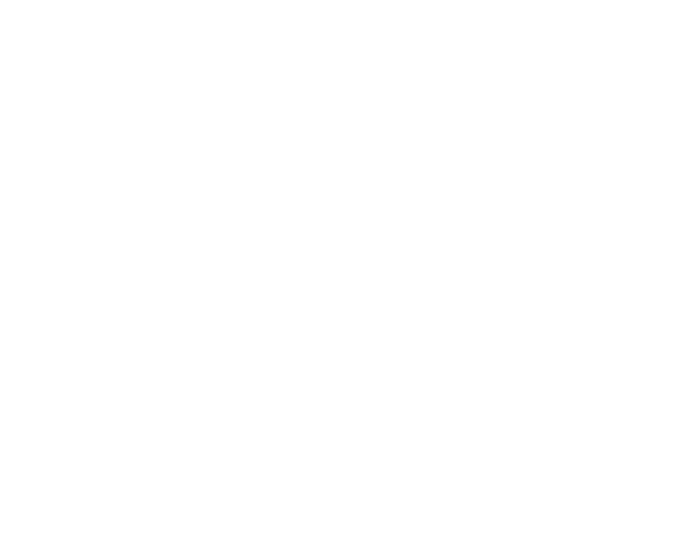
<source format=gbr>
%TF.GenerationSoftware,KiCad,Pcbnew,(7.0.0-0)*%
%TF.CreationDate,2023-03-08T23:01:28-06:00*%
%TF.ProjectId,RP2040_minimal,52503230-3430-45f6-9d69-6e696d616c2e,REV1*%
%TF.SameCoordinates,Original*%
%TF.FileFunction,Legend,Bot*%
%TF.FilePolarity,Positive*%
%FSLAX46Y46*%
G04 Gerber Fmt 4.6, Leading zero omitted, Abs format (unit mm)*
G04 Created by KiCad (PCBNEW (7.0.0-0)) date 2023-03-08 23:01:28*
%MOMM*%
%LPD*%
G01*
G04 APERTURE LIST*
%ADD10C,0.150000*%
%ADD11C,2.402000*%
%ADD12C,6.302000*%
%ADD13C,4.302000*%
G04 APERTURE END LIST*
D10*
%TO.C,H3*%
X761904Y-28867380D02*
X761904Y-27867380D01*
X761904Y-28343571D02*
X190476Y-28343571D01*
X190476Y-28867380D02*
X190476Y-27867380D01*
X-190477Y-27867380D02*
X-809524Y-27867380D01*
X-809524Y-27867380D02*
X-476191Y-28248333D01*
X-476191Y-28248333D02*
X-619048Y-28248333D01*
X-619048Y-28248333D02*
X-714286Y-28295952D01*
X-714286Y-28295952D02*
X-761905Y-28343571D01*
X-761905Y-28343571D02*
X-809524Y-28438809D01*
X-809524Y-28438809D02*
X-809524Y-28676904D01*
X-809524Y-28676904D02*
X-761905Y-28772142D01*
X-761905Y-28772142D02*
X-714286Y-28819761D01*
X-714286Y-28819761D02*
X-619048Y-28867380D01*
X-619048Y-28867380D02*
X-333334Y-28867380D01*
X-333334Y-28867380D02*
X-238096Y-28819761D01*
X-238096Y-28819761D02*
X-190477Y-28772142D01*
%TO.C,H2*%
X27761904Y14132620D02*
X27761904Y15132620D01*
X27761904Y14656429D02*
X27190476Y14656429D01*
X27190476Y14132620D02*
X27190476Y15132620D01*
X26761904Y15037381D02*
X26714285Y15085000D01*
X26714285Y15085000D02*
X26619047Y15132620D01*
X26619047Y15132620D02*
X26380952Y15132620D01*
X26380952Y15132620D02*
X26285714Y15085000D01*
X26285714Y15085000D02*
X26238095Y15037381D01*
X26238095Y15037381D02*
X26190476Y14942143D01*
X26190476Y14942143D02*
X26190476Y14846905D01*
X26190476Y14846905D02*
X26238095Y14704048D01*
X26238095Y14704048D02*
X26809523Y14132620D01*
X26809523Y14132620D02*
X26190476Y14132620D01*
%TO.C,H1*%
X-26238096Y14132620D02*
X-26238096Y15132620D01*
X-26238096Y14656429D02*
X-26809524Y14656429D01*
X-26809524Y14132620D02*
X-26809524Y15132620D01*
X-27809524Y14132620D02*
X-27238096Y14132620D01*
X-27523810Y14132620D02*
X-27523810Y15132620D01*
X-27523810Y15132620D02*
X-27428572Y14989762D01*
X-27428572Y14989762D02*
X-27333334Y14894524D01*
X-27333334Y14894524D02*
X-27238096Y14846905D01*
%TD*%
%LPC*%
D11*
%TO.C,REF\u002A\u002A*%
X-10000000Y-20000000D03*
%TD*%
%TO.C,REF\u002A\u002A*%
X10000000Y-20000000D03*
%TD*%
D12*
%TO.C,H3*%
X0Y-29000000D03*
D13*
X0Y-29000000D03*
%TD*%
D12*
%TO.C,H2*%
X27000000Y14000000D03*
D13*
X27000000Y14000000D03*
%TD*%
D12*
%TO.C,H1*%
X-27000000Y14000000D03*
D13*
X-27000000Y14000000D03*
%TD*%
G36*
X-8787464Y15775387D02*
G01*
X-8742176Y15729902D01*
X-6890881Y12507238D01*
X-6874402Y12445202D01*
X-6891150Y12383238D01*
X-6936635Y12337950D01*
X-6998671Y12321471D01*
X-10715227Y12329535D01*
X-10777191Y12346283D01*
X-10822479Y12391768D01*
X-10838958Y12453804D01*
X-10822210Y12515768D01*
X-8956949Y15730368D01*
X-8911464Y15775656D01*
X-8849428Y15792135D01*
X-8787464Y15775387D01*
G37*
G36*
X-32468829Y9649508D02*
G01*
X-32423541Y9604023D01*
X-28506984Y2786233D01*
X-28490505Y2724197D01*
X-28507253Y2662233D01*
X-28552738Y2616945D01*
X-28614774Y2600466D01*
X-36477433Y2617525D01*
X-36539397Y2634273D01*
X-36584685Y2679758D01*
X-36601164Y2741794D01*
X-36584416Y2803758D01*
X-32638314Y9604489D01*
X-32592829Y9649777D01*
X-32530793Y9666256D01*
X-32468829Y9649508D01*
G37*
G36*
X32131171Y8849508D02*
G01*
X32176459Y8804023D01*
X36093016Y1986233D01*
X36109495Y1924197D01*
X36092747Y1862233D01*
X36047262Y1816945D01*
X35985226Y1800466D01*
X28122567Y1817525D01*
X28060603Y1834273D01*
X28015315Y1879758D01*
X27998836Y1941794D01*
X28015584Y2003758D01*
X31961686Y8804489D01*
X32007171Y8849777D01*
X32069207Y8866256D01*
X32131171Y8849508D01*
G37*
G36*
X35131171Y-350492D02*
G01*
X35176459Y-395977D01*
X39093016Y-7213767D01*
X39109495Y-7275803D01*
X39092747Y-7337767D01*
X39047262Y-7383055D01*
X38985226Y-7399534D01*
X31122567Y-7382475D01*
X31060603Y-7365727D01*
X31015315Y-7320242D01*
X30998836Y-7258206D01*
X31015584Y-7196242D01*
X34961686Y-395511D01*
X35007171Y-350223D01*
X35069207Y-333744D01*
X35131171Y-350492D01*
G37*
G36*
X25931171Y-8550492D02*
G01*
X25976459Y-8595977D01*
X29893016Y-15413767D01*
X29909495Y-15475803D01*
X29892747Y-15537767D01*
X29847262Y-15583055D01*
X29785226Y-15599534D01*
X21922567Y-15582475D01*
X21860603Y-15565727D01*
X21815315Y-15520242D01*
X21798836Y-15458206D01*
X21815584Y-15396242D01*
X25761686Y-8595511D01*
X25807171Y-8550223D01*
X25869207Y-8533744D01*
X25931171Y-8550492D01*
G37*
G36*
X18982536Y-8314613D02*
G01*
X19027824Y-8360098D01*
X20879119Y-11582762D01*
X20895598Y-11644798D01*
X20878850Y-11706762D01*
X20833365Y-11752050D01*
X20771329Y-11768529D01*
X17054773Y-11760465D01*
X16992809Y-11743717D01*
X16947521Y-11698232D01*
X16931042Y-11636196D01*
X16947790Y-11574232D01*
X18813051Y-8359632D01*
X18858536Y-8314344D01*
X18920572Y-8297865D01*
X18982536Y-8314613D01*
G37*
G36*
X16023377Y-21168482D02*
G01*
X16068665Y-21213967D01*
X19985222Y-28031757D01*
X20001701Y-28093793D01*
X19984953Y-28155757D01*
X19939468Y-28201045D01*
X19877432Y-28217524D01*
X12014773Y-28200465D01*
X11952809Y-28183717D01*
X11907521Y-28138232D01*
X11891042Y-28076196D01*
X11907790Y-28014232D01*
X15853892Y-21213501D01*
X15899377Y-21168213D01*
X15961413Y-21151734D01*
X16023377Y-21168482D01*
G37*
G36*
X4331171Y-21150492D02*
G01*
X4376459Y-21195977D01*
X8293016Y-28013767D01*
X8309495Y-28075803D01*
X8292747Y-28137767D01*
X8247262Y-28183055D01*
X8185226Y-28199534D01*
X322567Y-28182475D01*
X260603Y-28165727D01*
X215315Y-28120242D01*
X198836Y-28058206D01*
X215584Y-27996242D01*
X4161686Y-21195511D01*
X4207171Y-21150223D01*
X4269207Y-21133744D01*
X4331171Y-21150492D01*
G37*
G36*
X3731171Y-30950492D02*
G01*
X3776459Y-30995977D01*
X7693016Y-37813767D01*
X7709495Y-37875803D01*
X7692747Y-37937767D01*
X7647262Y-37983055D01*
X7585226Y-37999534D01*
X-277433Y-37982475D01*
X-339397Y-37965727D01*
X-384685Y-37920242D01*
X-401164Y-37858206D01*
X-384416Y-37796242D01*
X3561686Y-30995511D01*
X3607171Y-30950223D01*
X3669207Y-30933744D01*
X3731171Y-30950492D01*
G37*
G36*
X-5147464Y-32444613D02*
G01*
X-5102176Y-32490098D01*
X-3250881Y-35712762D01*
X-3234402Y-35774798D01*
X-3251150Y-35836762D01*
X-3296635Y-35882050D01*
X-3358671Y-35898529D01*
X-7075227Y-35890465D01*
X-7137191Y-35873717D01*
X-7182479Y-35828232D01*
X-7198958Y-35766196D01*
X-7182210Y-35704232D01*
X-5316949Y-32489632D01*
X-5271464Y-32444344D01*
X-5209428Y-32427865D01*
X-5147464Y-32444613D01*
G37*
G36*
X-15307464Y-27364613D02*
G01*
X-15262176Y-27410098D01*
X-13410881Y-30632762D01*
X-13394402Y-30694798D01*
X-13411150Y-30756762D01*
X-13456635Y-30802050D01*
X-13518671Y-30818529D01*
X-17235227Y-30810465D01*
X-17297191Y-30793717D01*
X-17342479Y-30748232D01*
X-17358958Y-30686196D01*
X-17342210Y-30624232D01*
X-15476949Y-27409632D01*
X-15431464Y-27364344D01*
X-15369428Y-27347865D01*
X-15307464Y-27364613D01*
G37*
G36*
X-19117464Y-19744613D02*
G01*
X-19072176Y-19790098D01*
X-17220881Y-23012762D01*
X-17204402Y-23074798D01*
X-17221150Y-23136762D01*
X-17266635Y-23182050D01*
X-17328671Y-23198529D01*
X-21045227Y-23190465D01*
X-21107191Y-23173717D01*
X-21152479Y-23128232D01*
X-21168958Y-23066196D01*
X-21152210Y-23004232D01*
X-19286949Y-19789632D01*
X-19241464Y-19744344D01*
X-19179428Y-19727865D01*
X-19117464Y-19744613D01*
G37*
G36*
X-16965258Y-10630746D02*
G01*
X-16919970Y-10676231D01*
X-15068675Y-13898895D01*
X-15052196Y-13960931D01*
X-15068944Y-14022895D01*
X-15114429Y-14068183D01*
X-15176465Y-14084662D01*
X-18893021Y-14076598D01*
X-18954985Y-14059850D01*
X-19000273Y-14014365D01*
X-19016752Y-13952329D01*
X-19000004Y-13890365D01*
X-17134743Y-10675765D01*
X-17089258Y-10630477D01*
X-17027222Y-10613998D01*
X-16965258Y-10630746D01*
G37*
G36*
X5946433Y-10845618D02*
G01*
X5991721Y-10891103D01*
X7843016Y-14113767D01*
X7859495Y-14175803D01*
X7842747Y-14237767D01*
X7797262Y-14283055D01*
X7735226Y-14299534D01*
X4018670Y-14291470D01*
X3956706Y-14274722D01*
X3911418Y-14229237D01*
X3894939Y-14167201D01*
X3911687Y-14105237D01*
X5776948Y-10890637D01*
X5822433Y-10845349D01*
X5884469Y-10828870D01*
X5946433Y-10845618D01*
G37*
G36*
X11362536Y-9584613D02*
G01*
X11407824Y-9630098D01*
X13259119Y-12852762D01*
X13275598Y-12914798D01*
X13258850Y-12976762D01*
X13213365Y-13022050D01*
X13151329Y-13038529D01*
X9434773Y-13030465D01*
X9372809Y-13013717D01*
X9327521Y-12968232D01*
X9311042Y-12906196D01*
X9327790Y-12844232D01*
X11193051Y-9629632D01*
X11238536Y-9584344D01*
X11300572Y-9567865D01*
X11362536Y-9584613D01*
G37*
G36*
X-23176623Y-8568482D02*
G01*
X-23131335Y-8613967D01*
X-19214778Y-15431757D01*
X-19198299Y-15493793D01*
X-19215047Y-15555757D01*
X-19260532Y-15601045D01*
X-19322568Y-15617524D01*
X-27185227Y-15600465D01*
X-27247191Y-15583717D01*
X-27292479Y-15538232D01*
X-27308958Y-15476196D01*
X-27292210Y-15414232D01*
X-23346108Y-8613501D01*
X-23300623Y-8568213D01*
X-23238587Y-8551734D01*
X-23176623Y-8568482D01*
G37*
G36*
X-31268829Y-3550492D02*
G01*
X-31223541Y-3595977D01*
X-27306984Y-10413767D01*
X-27290505Y-10475803D01*
X-27307253Y-10537767D01*
X-27352738Y-10583055D01*
X-27414774Y-10599534D01*
X-35277433Y-10582475D01*
X-35339397Y-10565727D01*
X-35384685Y-10520242D01*
X-35401164Y-10458206D01*
X-35384416Y-10396242D01*
X-31438314Y-3595511D01*
X-31392829Y-3550223D01*
X-31330793Y-3533744D01*
X-31268829Y-3550492D01*
G37*
G36*
X-5068829Y-8750492D02*
G01*
X-5023541Y-8795977D01*
X-1106984Y-15613767D01*
X-1090505Y-15675803D01*
X-1107253Y-15737767D01*
X-1152738Y-15783055D01*
X-1214774Y-15799534D01*
X-9077433Y-15782475D01*
X-9139397Y-15765727D01*
X-9184685Y-15720242D01*
X-9201164Y-15658206D01*
X-9184416Y-15596242D01*
X-5238314Y-8795511D01*
X-5192829Y-8750223D01*
X-5130793Y-8733744D01*
X-5068829Y-8750492D01*
G37*
G36*
X27872536Y24705387D02*
G01*
X27917824Y24659902D01*
X29769119Y21437238D01*
X29785598Y21375202D01*
X29768850Y21313238D01*
X29723365Y21267950D01*
X29661329Y21251471D01*
X25944773Y21259535D01*
X25882809Y21276283D01*
X25837521Y21321768D01*
X25821042Y21383804D01*
X25837790Y21445768D01*
X27703051Y24660368D01*
X27748536Y24705656D01*
X27810572Y24722135D01*
X27872536Y24705387D01*
G37*
G36*
X9331171Y14649508D02*
G01*
X9376459Y14604023D01*
X13293016Y7786233D01*
X13309495Y7724197D01*
X13292747Y7662233D01*
X13247262Y7616945D01*
X13185226Y7600466D01*
X5322567Y7617525D01*
X5260603Y7634273D01*
X5215315Y7679758D01*
X5198836Y7741794D01*
X5215584Y7803758D01*
X9161686Y14604489D01*
X9207171Y14649777D01*
X9269207Y14666256D01*
X9331171Y14649508D01*
G37*
G36*
X11304218Y36617651D02*
G01*
X11349506Y36572166D01*
X17331325Y26159248D01*
X17347804Y26097212D01*
X17331056Y26035248D01*
X17285571Y25989960D01*
X17223535Y25973481D01*
X5214773Y25999535D01*
X5152809Y26016283D01*
X5107521Y26061768D01*
X5091042Y26123804D01*
X5107790Y26185768D01*
X11134733Y36572632D01*
X11180218Y36617920D01*
X11242254Y36634399D01*
X11304218Y36617651D01*
G37*
G36*
X-1337464Y29785387D02*
G01*
X-1292176Y29739902D01*
X559119Y26517238D01*
X575598Y26455202D01*
X558850Y26393238D01*
X513365Y26347950D01*
X451329Y26331471D01*
X-3265227Y26339535D01*
X-3327191Y26356283D01*
X-3372479Y26401768D01*
X-3388958Y26463804D01*
X-3372210Y26525768D01*
X-1506949Y29740368D01*
X-1461464Y29785656D01*
X-1399428Y29802135D01*
X-1337464Y29785387D01*
G37*
G36*
X-7687464Y33595387D02*
G01*
X-7642176Y33549902D01*
X-5790881Y30327238D01*
X-5774402Y30265202D01*
X-5791150Y30203238D01*
X-5836635Y30157950D01*
X-5898671Y30141471D01*
X-9615227Y30149535D01*
X-9677191Y30166283D01*
X-9722479Y30211768D01*
X-9738958Y30273804D01*
X-9722210Y30335768D01*
X-7856949Y33550368D01*
X-7811464Y33595656D01*
X-7749428Y33612135D01*
X-7687464Y33595387D01*
G37*
G36*
X20623377Y16031518D02*
G01*
X20668665Y15986033D01*
X24585222Y9168243D01*
X24601701Y9106207D01*
X24584953Y9044243D01*
X24539468Y8998955D01*
X24477432Y8982476D01*
X16614773Y8999535D01*
X16552809Y9016283D01*
X16507521Y9061768D01*
X16491042Y9123804D01*
X16507790Y9185768D01*
X20453892Y15986499D01*
X20499377Y16031787D01*
X20561413Y16048266D01*
X20623377Y16031518D01*
G37*
G36*
X-18944460Y31118913D02*
G01*
X-18899172Y31073428D01*
X-12917353Y20660510D01*
X-12900874Y20598474D01*
X-12917622Y20536510D01*
X-12963107Y20491222D01*
X-13025143Y20474743D01*
X-25033905Y20500797D01*
X-25095869Y20517545D01*
X-25141157Y20563030D01*
X-25157636Y20625066D01*
X-25140888Y20687030D01*
X-19113945Y31073894D01*
X-19068460Y31119182D01*
X-19006424Y31135661D01*
X-18944460Y31118913D01*
G37*
G36*
X-2714083Y23374138D02*
G01*
X-2668795Y23328653D01*
X-817500Y20105989D01*
X-801021Y20043953D01*
X-817769Y19981989D01*
X-863254Y19936701D01*
X-925290Y19920222D01*
X-4641846Y19928286D01*
X-4703810Y19945034D01*
X-4749098Y19990519D01*
X-4765577Y20052555D01*
X-4748829Y20114519D01*
X-2883568Y23329119D01*
X-2838083Y23374407D01*
X-2776047Y23390886D01*
X-2714083Y23374138D01*
G37*
G36*
X5012536Y14545387D02*
G01*
X5057824Y14499902D01*
X6909119Y11277238D01*
X6925598Y11215202D01*
X6908850Y11153238D01*
X6863365Y11107950D01*
X6801329Y11091471D01*
X3084773Y11099535D01*
X3022809Y11116283D01*
X2977521Y11161768D01*
X2961042Y11223804D01*
X2977790Y11285768D01*
X4843051Y14500368D01*
X4888536Y14545656D01*
X4950572Y14562135D01*
X5012536Y14545387D01*
G37*
G36*
X6282536Y20895387D02*
G01*
X6327824Y20849902D01*
X8179119Y17627238D01*
X8195598Y17565202D01*
X8178850Y17503238D01*
X8133365Y17457950D01*
X8071329Y17441471D01*
X4354773Y17449535D01*
X4292809Y17466283D01*
X4247521Y17511768D01*
X4231042Y17573804D01*
X4247790Y17635768D01*
X6113051Y20850368D01*
X6158536Y20895656D01*
X6220572Y20912135D01*
X6282536Y20895387D01*
G37*
M02*

</source>
